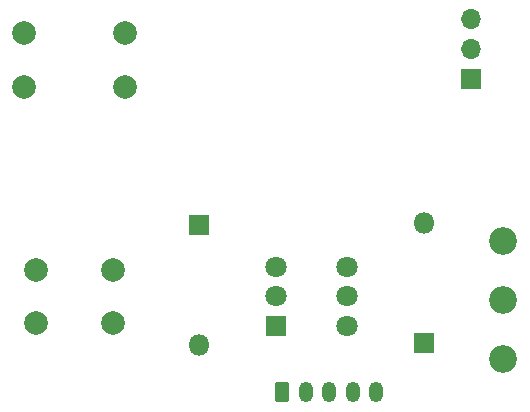
<source format=gbr>
%TF.GenerationSoftware,KiCad,Pcbnew,9.0.0*%
%TF.CreationDate,2025-03-25T16:41:30+02:00*%
%TF.ProjectId,aux,6175782e-6b69-4636-9164-5f7063625858,rev?*%
%TF.SameCoordinates,Original*%
%TF.FileFunction,Soldermask,Bot*%
%TF.FilePolarity,Negative*%
%FSLAX46Y46*%
G04 Gerber Fmt 4.6, Leading zero omitted, Abs format (unit mm)*
G04 Created by KiCad (PCBNEW 9.0.0) date 2025-03-25 16:41:30*
%MOMM*%
%LPD*%
G01*
G04 APERTURE LIST*
G04 Aperture macros list*
%AMRoundRect*
0 Rectangle with rounded corners*
0 $1 Rounding radius*
0 $2 $3 $4 $5 $6 $7 $8 $9 X,Y pos of 4 corners*
0 Add a 4 corners polygon primitive as box body*
4,1,4,$2,$3,$4,$5,$6,$7,$8,$9,$2,$3,0*
0 Add four circle primitives for the rounded corners*
1,1,$1+$1,$2,$3*
1,1,$1+$1,$4,$5*
1,1,$1+$1,$6,$7*
1,1,$1+$1,$8,$9*
0 Add four rect primitives between the rounded corners*
20,1,$1+$1,$2,$3,$4,$5,0*
20,1,$1+$1,$4,$5,$6,$7,0*
20,1,$1+$1,$6,$7,$8,$9,0*
20,1,$1+$1,$8,$9,$2,$3,0*%
G04 Aperture macros list end*
%ADD10R,1.800000X1.800000*%
%ADD11O,1.800000X1.800000*%
%ADD12C,2.000000*%
%ADD13RoundRect,0.250000X-0.350000X-0.625000X0.350000X-0.625000X0.350000X0.625000X-0.350000X0.625000X0*%
%ADD14O,1.200000X1.750000*%
%ADD15C,1.800000*%
%ADD16R,1.700000X1.700000*%
%ADD17O,1.700000X1.700000*%
%ADD18C,2.340000*%
G04 APERTURE END LIST*
D10*
%TO.C,D1*%
X123750000Y-93340000D03*
D11*
X123750000Y-103500000D03*
%TD*%
D12*
%TO.C,SW2*%
X108950000Y-77150000D03*
X117450000Y-77150000D03*
X108950000Y-81650000D03*
X117450000Y-81650000D03*
%TD*%
D13*
%TO.C,J5*%
X130750000Y-107500000D03*
D14*
X132750000Y-107500000D03*
X134750000Y-107500000D03*
X136750000Y-107500000D03*
X138750000Y-107500000D03*
%TD*%
D10*
%TO.C,SW3*%
X130250000Y-101922500D03*
D15*
X130250000Y-99422500D03*
X130250000Y-96922500D03*
X136250000Y-101922500D03*
X136250000Y-99422500D03*
X136250000Y-96922500D03*
%TD*%
D10*
%TO.C,D4*%
X142750000Y-103330000D03*
D11*
X142750000Y-93170000D03*
%TD*%
D12*
%TO.C,SW1*%
X116425000Y-101650000D03*
X109925000Y-101650000D03*
X116425000Y-97150000D03*
X109925000Y-97150000D03*
%TD*%
D16*
%TO.C,J1*%
X146750000Y-81040000D03*
D17*
X146750000Y-78500000D03*
X146750000Y-75960000D03*
%TD*%
D18*
%TO.C,RV1*%
X149500000Y-104750000D03*
X149500000Y-99750000D03*
X149500000Y-94750000D03*
%TD*%
M02*

</source>
